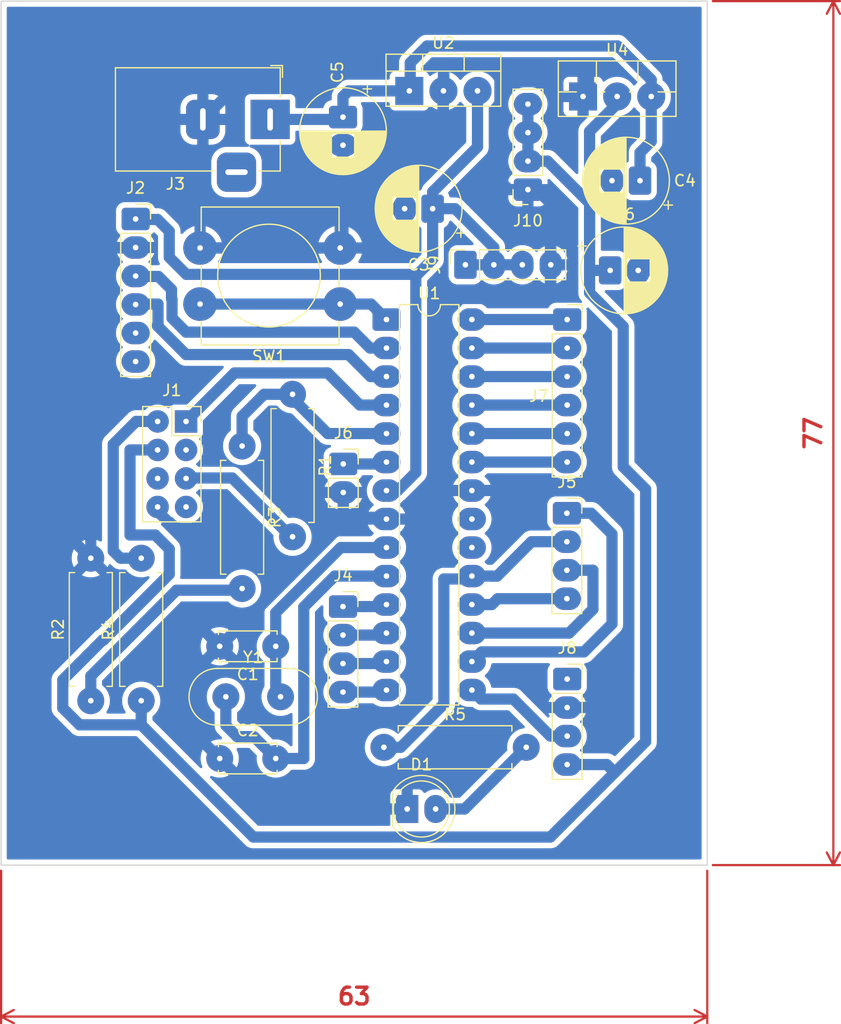
<source format=kicad_pcb>
(kicad_pcb (version 20241229) (generator "pcbnew") (generator_version "9.0")
  (layers (0 "F.Cu" signal) (2 "B.Cu" signal) (13 "F.Paste" user) (15 "B.Paste" user) (5 "F.SilkS" user "F.Silkscreen") (7 "B.SilkS" user "B.Silkscreen") (1 "F.Mask" user) (3 "B.Mask" user) (25 "Edge.Cuts" user))
  (net 0 "")
  (net 1 "GND")
  (net 2 "Net-(U1-XTAL1{slash}PB6)")
  (net 3 "Net-(U1-XTAL2{slash}PB7)")
  (net 4 "5V")
  (net 5 "Net-(U2-VI)")
  (net 6 "3.3V")
  (net 7 "Net-(J1-Pin_1)")
  (net 8 "Net-(J1-Pin_5)")
  (net 9 "Net-(J1-Pin_2)")
  (net 13 "Net-(J2-Pin_4)")
  (net 15 "Net-(J2-Pin_3)")
  (net 17 "SDA")
  (net 18 "D7")
  (net 19 "D4")
  (net 20 "D6")
  (net 21 "D5")
  (net 22 "D8")
  (net 23 "RST")
  (net 24 "MISO")
  (net 25 "SCK")
  (net 26 "MOSI")
  (net 27 "A2")
  (net 28 "A1")
  (net 29 "A3")
  (net 30 "A4")
  (net 31 "A0")
  (net 32 "A5")
  (net 33 "Net-(U1-PD3)")
  (net 34 "Net-(R2-Pad1)")
  (net 35 "Net-(U1-~{RESET}{slash}PC6)")
  (net 38 "Net-(D1-A)")
  (footprint "Connector_PinSocket_2.54mm:PinSocket_1x04_P2.54mm_Vertical" (layer "F.Cu") (at 148.17 43.92 90)
    (property "Reference" "J9" (at 0 -2.77 90) (layer "F.SilkS"))
    (property "Value" "5v+gnd")
    (pad "1" thru_hole roundrect (at 0 0 180) (size 2 2.5) (drill 0.5) (layers "*.Cu" "*.Mask") (roundrect_rratio 0.15625) (net 4 "5V"))
    (pad "2" thru_hole oval (at 0 2.54 90) (size 2.5 2) (drill 0.5) (layers "*.Cu" "*.Mask") (net 4 "5V"))
    (pad "3" thru_hole oval (at 0 5.08 90) (size 2.5 2) (drill 0.5) (layers "*.Cu" "*.Mask") (net 4 "5V"))
    (pad "4" thru_hole oval (at 0 7.62 90) (size 2.5 2) (drill 0.5) (layers "*.Cu" "*.Mask") (net 1 "GND"))
  )
  (footprint "Resistor_THT:R_Axial_DIN0411_L9.9mm_D3.6mm_P12.70mm_Horizontal" (layer "F.Cu") (at 119.25 82.77 90)
    (property "Reference" "R4" (at 6.35 -2.92 90) (layer "F.SilkS"))
    (property "Value" "10K")
    (pad "1" thru_hole circle (at 0 0 90) (size 2.4 2.4) (drill 0.5) (layers "*.Cu" "*.Mask") (net 6 "3.3V"))
    (pad "2" thru_hole circle (at 12.7 0 90) (size 2.4 2.4) (drill 0.5) (layers "*.Cu" "*.Mask") (net 9 "Net-(J1-Pin_2)"))
  )
  (footprint "Button_Switch_THT:SW_PUSH-12mm_Wuerth-430476085716" (layer "F.Cu") (at 137 47.42 180)
    (property "Reference" "SW1" (at 6.35 -4.66 0) (layer "F.SilkS"))
    (property "Value" "SW_Push")
    (pad "1" thru_hole oval (at 0 0 180) (size 3 3) (drill 0.5) (layers "*.Cu" "*.Mask") (net 35 "Net-(U1-~{RESET}{slash}PC6)"))
    (pad "1" thru_hole oval (at 12.5 0 180) (size 3 3) (drill 0.5) (layers "*.Cu" "*.Mask") (net 35 "Net-(U1-~{RESET}{slash}PC6)"))
    (pad "2" thru_hole oval (at 0 5 180) (size 3 3) (drill 0.5) (layers "*.Cu" "*.Mask") (net 1 "GND"))
    (pad "2" thru_hole oval (at 12.5 5 180) (size 3 3) (drill 0.5) (layers "*.Cu" "*.Mask") (net 1 "GND"))
  )
  (footprint "Connector_PinSocket_2.54mm:PinSocket_1x06_P2.54mm_Vertical" (layer "F.Cu") (at 157.25 48.8)
    (property "Reference" "J7" (at -2.525 6.825 0) (layer "F.SilkS"))
    (property "Value" "A0-A5")
    (pad "1" thru_hole roundrect (at 0 0 90) (size 2 2.5) (drill 0.5) (layers "*.Cu" "*.Mask") (roundrect_rratio 0.15625) (net 32 "A5"))
    (pad "2" thru_hole oval (at 0 2.54) (size 2.5 2) (drill 0.5) (layers "*.Cu" "*.Mask") (net 30 "A4"))
    (pad "3" thru_hole oval (at 0 5.08) (size 2.5 2) (drill 0.5) (layers "*.Cu" "*.Mask") (net 29 "A3"))
    (pad "4" thru_hole oval (at 0 7.62) (size 2.5 2) (drill 0.5) (layers "*.Cu" "*.Mask") (net 27 "A2"))
    (pad "5" thru_hole oval (at 0 10.16) (size 2.5 2) (drill 0.5) (layers "*.Cu" "*.Mask") (net 28 "A1"))
    (pad "6" thru_hole oval (at 0 12.7) (size 2.5 2) (drill 0.5) (layers "*.Cu" "*.Mask") (net 31 "A0"))
  )
  (footprint "Connector_PinSocket_2.54mm:PinSocket_1x06_P2.54mm_Vertical" (layer "F.Cu") (at 118.75 39.84)
    (property "Reference" "J2" (at 0 -2.77 0) (layer "F.SilkS"))
    (property "Value" "programmer")
    (pad "1" thru_hole roundrect (at 0 0 90) (size 2 2.5) (drill 0.5) (layers "*.Cu" "*.Mask") (roundrect_rratio 0.15625) (net 4 "5V"))
    (pad "2" thru_hole oval (at 0 2.54) (size 2.5 2) (drill 0.5) (layers "*.Cu" "*.Mask") (net 1 "GND"))
    (pad "3" thru_hole oval (at 0 5.08) (size 2.5 2) (drill 0.5) (layers "*.Cu" "*.Mask") (net 15 "Net-(J2-Pin_3)"))
    (pad "4" thru_hole oval (at 0 7.62) (size 2.5 2) (drill 0.5) (layers "*.Cu" "*.Mask") (net 13 "Net-(J2-Pin_4)"))
    (pad "5" thru_hole oval (at 0 10.16) (size 2.5 2) (drill 0.5) (layers "*.Cu" "*.Mask"))
    (pad "6" thru_hole oval (at 0 12.7) (size 2.5 2) (drill 0.5) (layers "*.Cu" "*.Mask"))
  )
  (footprint "Connector_PinSocket_2.54mm:PinSocket_1x02_P2.54mm_Vertical" (layer "F.Cu") (at 137.275 61.67)
    (property "Reference" "J6" (at 0 -2.77 0) (layer "F.SilkS"))
    (property "Value" "magnetic reed")
    (pad "1" thru_hole roundrect (at 0 0 90) (size 2 2.5) (drill 0.5) (layers "*.Cu" "*.Mask") (roundrect_rratio 0.15625) (net 19 "D4"))
    (pad "2" thru_hole oval (at 0 2.54) (size 2.5 2) (drill 0.5) (layers "*.Cu" "*.Mask") (net 1 "GND"))
  )
  (footprint "Connector_PinSocket_2.54mm:PinSocket_2x04_P2.54mm_Vertical" (layer "F.Cu") (at 123.25 57.88)
    (property "Reference" "J1" (at -1.27 -2.77 0) (layer "F.SilkS"))
    (property "Value" "ESP 01S SOCKET")
    (pad "1" thru_hole rect (at 0 0) (size 2 2) (drill 0.5) (layers "*.Cu" "*.Mask") (net 7 "Net-(J1-Pin_1)"))
    (pad "2" thru_hole oval (at -2.54 0) (size 2 2) (drill 0.5) (layers "*.Cu" "*.Mask") (net 9 "Net-(J1-Pin_2)"))
    (pad "3" thru_hole oval (at 0 2.54) (size 2 2) (drill 0.5) (layers "*.Cu" "*.Mask"))
    (pad "4" thru_hole oval (at -2.54 2.54) (size 2 2) (drill 0.5) (layers "*.Cu" "*.Mask") (net 6 "3.3V"))
    (pad "5" thru_hole oval (at 0 5.08) (size 2 2) (drill 0.5) (layers "*.Cu" "*.Mask") (net 8 "Net-(J1-Pin_5)"))
    (pad "6" thru_hole oval (at -2.54 5.08) (size 2 2) (drill 0.5) (layers "*.Cu" "*.Mask"))
    (pad "7" thru_hole oval (at 0 7.62) (size 2 2) (drill 0.5) (layers "*.Cu" "*.Mask"))
    (pad "8" thru_hole oval (at -2.54 7.62) (size 2 2) (drill 0.5) (layers "*.Cu" "*.Mask") (net 1 "GND"))
  )
  (footprint "LED_THT:LED_D5.0mm" (layer "F.Cu") (at 142.975 92.42)
    (property "Reference" "D1" (at 1.27 -3.96 0) (layer "F.SilkS"))
    (property "Value" "LED")
    (pad "1" thru_hole rect (at 0 0) (size 2 2.5) (drill 0.5) (layers "*.Cu" "*.Mask") (net 1 "GND"))
    (pad "2" thru_hole oval (at 2.54 0 90) (size 2.5 2) (drill 0.5) (layers "*.Cu" "*.Mask") (net 38 "Net-(D1-A)"))
  )
  (footprint "Crystal:Crystal_HC49-4H_Vertical" (layer "F.Cu") (at 126.8 82.42)
    (property "Reference" "Y1" (at 2.44 -3.525 0) (layer "F.SilkS"))
    (property "Value" "Crystal")
    (pad "1" thru_hole circle (at 0 0) (size 2.4 2.4) (drill 0.5) (layers "*.Cu" "*.Mask") (net 3 "Net-(U1-XTAL2{slash}PB7)"))
    (pad "2" thru_hole circle (at 4.88 0) (size 2.4 2.4) (drill 0.5) (layers "*.Cu" "*.Mask") (net 2 "Net-(U1-XTAL1{slash}PB6)"))
  )
  (footprint "Capacitor_THT:CP_Radial_D7.5mm_P2.50mm" (layer "F.Cu") (at 137.25 30.758606 -90)
    (property "Reference" "C5" (at -4 0.5 90) (layer "F.SilkS"))
    (property "Value" "16V 1uF")
    (pad "1" thru_hole roundrect (at 0 0 270) (size 2 2.5) (drill 0.5) (layers "*.Cu" "*.Mask") (roundrect_rratio 0.15625) (net 5 "Net-(U2-VI)"))
    (pad "2" thru_hole oval (at 2.5 0 270) (size 2 2.5) (drill 0.5) (layers "*.Cu" "*.Mask") (net 1 "GND"))
  )
  (footprint "Resistor_THT:R_Axial_DIN0411_L9.9mm_D3.6mm_P12.70mm_Horizontal" (layer "F.Cu") (at 114.75 82.77 90)
    (property "Reference" "R2" (at 6.35 -2.92 90) (layer "F.SilkS"))
    (property "Value" "1K")
    (pad "1" thru_hole circle (at 0 0 90) (size 2.4 2.4) (drill 0.5) (layers "*.Cu" "*.Mask") (net 34 "Net-(R2-Pad1)"))
    (pad "2" thru_hole circle (at 12.7 0 90) (size 2.4 2.4) (drill 0.5) (layers "*.Cu" "*.Mask") (net 1 "GND"))
  )
  (footprint "Connector_PinSocket_2.54mm:PinSocket_1x04_P2.54mm_Vertical" (layer "F.Cu") (at 137.25 74.38)
    (property "Reference" "J4" (at 0 -2.77 0) (layer "F.SilkS"))
    (property "Value" "D5-D8")
    (pad "1" thru_hole roundrect (at 0 0 90) (size 2 2.5) (drill 0.5) (layers "*.Cu" "*.Mask") (roundrect_rratio 0.15625) (net 21 "D5"))
    (pad "2" thru_hole oval (at 0 2.54) (size 2.5 2) (drill 0.5) (layers "*.Cu" "*.Mask") (net 20 "D6"))
    (pad "3" thru_hole oval (at 0 5.08) (size 2.5 2) (drill 0.5) (layers "*.Cu" "*.Mask") (net 18 "D7"))
    (pad "4" thru_hole oval (at 0 7.62) (size 2.5 2) (drill 0.5) (layers "*.Cu" "*.Mask") (net 22 "D8"))
  )
  (footprint "Package_TO_SOT_THT:TO-220F-3_Vertical" (layer "F.Cu") (at 159.17 28.92)
    (property "Reference" "U4" (at 2.54 -4.1675 0) (layer "F.SilkS"))
    (property "Value" "LM1117T-3.3")
    (pad "1" thru_hole rect (at -0.5 0) (size 2.5 2.5) (drill 0.5) (layers "*.Cu" "*.Mask") (net 1 "GND"))
    (pad "2" thru_hole oval (at 2.54 0) (size 2.5 2.5) (drill 0.5) (layers "*.Cu" "*.Mask") (net 6 "3.3V"))
    (pad "3" thru_hole oval (at 5.58 0) (size 2.5 2.5) (drill 0.5) (layers "*.Cu" "*.Mask") (net 5 "Net-(U2-VI)"))
  )
  (footprint "Connector_PinSocket_2.54mm:PinSocket_1x04_P2.54mm_Vertical" (layer "F.Cu") (at 157.225 66.06)
    (property "Reference" "J5" (at 0 -2.77 0) (layer "F.SilkS"))
    (property "Value" "RFID")
    (pad "1" thru_hole roundrect (at 0 0 90) (size 2 2.5) (drill 0.5) (layers "*.Cu" "*.Mask") (roundrect_rratio 0.15625) (net 17 "SDA"))
    (pad "2" thru_hole oval (at 0 2.54) (size 2.5 2) (drill 0.5) (layers "*.Cu" "*.Mask") (net 25 "SCK"))
    (pad "3" thru_hole oval (at 0 5.08) (size 2.5 2) (drill 0.5) (layers "*.Cu" "*.Mask") (net 26 "MOSI"))
    (pad "4" thru_hole oval (at 0 7.62) (size 2.5 2) (drill 0.5) (layers "*.Cu" "*.Mask") (net 24 "MISO"))
  )
  (footprint "Resistor_THT:R_Axial_DIN0411_L9.9mm_D3.6mm_P12.70mm_Horizontal" (layer "F.Cu") (at 132.75 55.46 -90)
    (property "Reference" "R1" (at 6.35 -2.92 90) (layer "F.SilkS"))
    (property "Value" "1K")
    (pad "1" thru_hole circle (at 0 0 270) (size 2.4 2.4) (drill 0.5) (layers "*.Cu" "*.Mask") (net 33 "Net-(U1-PD3)"))
    (pad "2" thru_hole circle (at 12.7 0 270) (size 2.4 2.4) (drill 0.5) (layers "*.Cu" "*.Mask") (net 8 "Net-(J1-Pin_5)"))
  )
  (footprint "Resistor_THT:R_Axial_DIN0411_L9.9mm_D3.6mm_P12.70mm_Horizontal" (layer "F.Cu") (at 140.9 86.92)
    (property "Reference" "R5" (at 6.35 -2.92 0) (layer "F.SilkS"))
    (property "Value" "500")
    (pad "1" thru_hole circle (at 0 0) (size 2.4 2.4) (drill 0.5) (layers "*.Cu" "*.Mask") (net 25 "SCK"))
    (pad "2" thru_hole circle (at 12.7 0) (size 2.4 2.4) (drill 0.5) (layers "*.Cu" "*.Mask") (net 38 "Net-(D1-A)"))
  )
  (footprint "Capacitor_THT:CP_Radial_D7.5mm_P2.50mm" (layer "F.Cu") (at 161.088606 44.42)
    (property "Reference" "C6" (at 1.25 -5 0) (layer "F.SilkS"))
    (property "Value" "16V 1uF")
    (pad "1" thru_hole roundrect (at 0 0) (size 2 2.5) (drill 0.5) (layers "*.Cu" "*.Mask") (roundrect_rratio 0.15625) (net 6 "3.3V"))
    (pad "2" thru_hole oval (at 2.5 0) (size 2 2.5) (drill 0.5) (layers "*.Cu" "*.Mask") (net 1 "GND"))
  )
  (footprint "Capacitor_THT:CP_Radial_D7.5mm_P2.50mm" (layer "F.Cu") (at 163.75 36.42 180)
    (property "Reference" "C4" (at -4 0 0) (layer "F.SilkS"))
    (property "Value" "16V 1uF")
    (pad "1" thru_hole roundrect (at 0 0 180) (size 2 2.5) (drill 0.5) (layers "*.Cu" "*.Mask") (roundrect_rratio 0.15625) (net 5 "Net-(U2-VI)"))
    (pad "2" thru_hole oval (at 2.5 0 180) (size 2 2.5) (drill 0.5) (layers "*.Cu" "*.Mask") (net 1 "GND"))
  )
  (footprint "Connector_BarrelJack:BarrelJack_Horizontal" (layer "F.Cu") (at 130.75 30.9625)
    (property "Reference" "J3" (at -8.45 5.75 0) (layer "F.SilkS"))
    (property "Value" "Barrel_Jack")
    (pad "1" thru_hole rect (at 0 0) (size 3.5 3.5) (drill oval 0.5 2) (layers "*.Cu" "*.Mask") (net 5 "Net-(U2-VI)"))
    (pad "2" thru_hole roundrect (at -6 0) (size 3 3.5) (drill oval 0.5 2) (layers "*.Cu" "*.Mask") (net 1 "GND"))
    (pad "3" thru_hole roundrect (at -3 4.7) (size 3.5 3.5) (drill oval 2 0.5) (layers "*.Cu" "*.Mask"))
  )
  (footprint "Connector_PinSocket_2.54mm:PinSocket_1x04_P2.54mm_Vertical" (layer "F.Cu") (at 153.75 37.22 180)
    (property "Reference" "J10" (at 0 -2.77 0) (layer "F.SilkS"))
    (property "Value" "3.3v+gnd")
    (pad "1" thru_hole roundrect (at 0 0 270) (size 2 2.5) (drill 0.5) (layers "*.Cu" "*.Mask") (roundrect_rratio 0.15625) (net 1 "GND"))
    (pad "2" thru_hole oval (at 0 2.54 180) (size 2.5 2) (drill 0.5) (layers "*.Cu" "*.Mask") (net 6 "3.3V"))
    (pad "3" thru_hole oval (at 0 5.08 180) (size 2.5 2) (drill 0.5) (layers "*.Cu" "*.Mask") (net 6 "3.3V"))
    (pad "4" thru_hole oval (at 0 7.62 180) (size 2.5 2) (drill 0.5) (layers "*.Cu" "*.Mask") (net 6 "3.3V"))
  )
  (footprint "Capacitor_THT:C_Disc_D5.0mm_W2.5mm_P5.00mm" (layer "F.Cu") (at 126.25 87.92)
    (property "Reference" "C2" (at 2.5 -2.5 0) (layer "F.SilkS"))
    (property "Value" "22pF")
    (pad "1" thru_hole circle (at 0 0) (size 2.4 2.4) (drill 0.5) (layers "*.Cu" "*.Mask") (net 1 "GND"))
    (pad "2" thru_hole circle (at 5 0) (size 2.4 2.4) (drill 0.5) (layers "*.Cu" "*.Mask") (net 3 "Net-(U1-XTAL2{slash}PB7)"))
  )
  (footprint "Capacitor_THT:CP_Radial_D7.5mm_P2.50mm" (layer "F.Cu") (at 145.25 38.92 180)
    (property "Reference" "C3" (at 1.25 -5 0) (layer "F.SilkS"))
    (property "Value" "16V 1uF")
    (pad "1" thru_hole roundrect (at 0 0 180) (size 2 2.5) (drill 0.5) (layers "*.Cu" "*.Mask") (roundrect_rratio 0.15625) (net 4 "5V"))
    (pad "2" thru_hole oval (at 2.5 0 180) (size 2 2.5) (drill 0.5) (layers "*.Cu" "*.Mask") (net 1 "GND"))
  )
  (footprint "Capacitor_THT:C_Disc_D5.0mm_W2.5mm_P5.00mm" (layer "F.Cu") (at 131.25 77.92 180)
    (property "Reference" "C1" (at 2.5 -2.5 0) (layer "F.SilkS"))
    (property "Value" "22pF")
    (pad "1" thru_hole circle (at 0 0 180) (size 2.4 2.4) (drill 0.5) (layers "*.Cu" "*.Mask") (net 2 "Net-(U1-XTAL1{slash}PB6)"))
    (pad "2" thru_hole circle (at 5 0 180) (size 2.4 2.4) (drill 0.5) (layers "*.Cu" "*.Mask") (net 1 "GND"))
  )
  (footprint "Resistor_THT:R_Axial_DIN0411_L9.9mm_D3.6mm_P12.70mm_Horizontal" (layer "F.Cu") (at 128.25 60.07 -90)
    (property "Reference" "R3" (at 6.35 -2.92 90) (layer "F.SilkS"))
    (property "Value" "1K")
    (pad "1" thru_hole circle (at 0 0 270) (size 2.4 2.4) (drill 0.5) (layers "*.Cu" "*.Mask") (net 33 "Net-(U1-PD3)"))
    (pad "2" thru_hole circle (at 12.7 0 270) (size 2.4 2.4) (drill 0.5) (layers "*.Cu" "*.Mask") (net 34 "Net-(R2-Pad1)"))
  )
  (footprint "Package_DIP:DIP-28_W7.62mm" (layer "F.Cu") (at 141.13 48.8)
    (property "Reference" "U1" (at 3.81 -2.33 0) (layer "F.SilkS"))
    (property "Value" "ATmega328-P")
    (pad "1" thru_hole roundrect (at 0 0 90) (size 2 2.5) (drill 0.5) (layers "*.Cu" "*.Mask") (roundrect_rratio 0.15625) (net 35 "Net-(U1-~{RESET}{slash}PC6)"))
    (pad "2" thru_hole oval (at 0 2.54) (size 2.5 2) (drill 0.5) (layers "*.Cu" "*.Mask") (net 15 "Net-(J2-Pin_3)"))
    (pad "3" thru_hole oval (at 0 5.08) (size 2.5 2) (drill 0.5) (layers "*.Cu" "*.Mask") (net 13 "Net-(J2-Pin_4)"))
    (pad "4" thru_hole oval (at 0 7.62) (size 2.5 2) (drill 0.5) (layers "*.Cu" "*.Mask") (net 7 "Net-(J1-Pin_1)"))
    (pad "5" thru_hole oval (at 0 10.16) (size 2.5 2) (drill 0.5) (layers "*.Cu" "*.Mask") (net 33 "Net-(U1-PD3)"))
    (pad "6" thru_hole oval (at 0 12.7) (size 2.5 2) (drill 0.5) (layers "*.Cu" "*.Mask") (net 19 "D4"))
    (pad "7" thru_hole oval (at 0 15.24) (size 2.5 2) (drill 0.5) (layers "*.Cu" "*.Mask") (net 4 "5V"))
    (pad "8" thru_hole oval (at 0 17.78) (size 2.5 2) (drill 0.5) (layers "*.Cu" "*.Mask") (net 1 "GND"))
    (pad "9" thru_hole oval (at 0 20.32) (size 2.5 2) (drill 0.5) (layers "*.Cu" "*.Mask") (net 2 "Net-(U1-XTAL1{slash}PB6)"))
    (pad "10" thru_hole oval (at 0 22.86) (size 2.5 2) (drill 0.5) (layers "*.Cu" "*.Mask") (net 3 "Net-(U1-XTAL2{slash}PB7)"))
    (pad "11" thru_hole oval (at 0 25.4) (size 2.5 2) (drill 0.5) (layers "*.Cu" "*.Mask") (net 21 "D5"))
    (pad "12" thru_hole oval (at 0 27.94) (size 2.5 2) (drill 0.5) (layers "*.Cu" "*.Mask") (net 20 "D6"))
    (pad "13" thru_hole oval (at 0 30.48) (size 2.5 2) (drill 0.5) (layers "*.Cu" "*.Mask") (net 18 "D7"))
    (pad "14" thru_hole oval (at 0 33.02) (size 2.5 2) (drill 0.5) (layers "*.Cu" "*.Mask") (net 22 "D8"))
    (pad "15" thru_hole oval (at 7.62 33.02) (size 2.5 2) (drill 0.5) (layers "*.Cu" "*.Mask") (net 23 "RST"))
    (pad "16" thru_hole oval (at 7.62 30.48) (size 2.5 2) (drill 0.5) (layers "*.Cu" "*.Mask") (net 17 "SDA"))
    (pad "17" thru_hole oval (at 7.62 27.94) (size 2.5 2) (drill 0.5) (layers "*.Cu" "*.Mask") (net 26 "MOSI"))
    (pad "18" thru_hole oval (at 7.62 25.4) (size 2.5 2) (drill 0.5) (layers "*.Cu" "*.Mask") (net 24 "MISO"))
    (pad "19" thru_hole oval (at 7.62 22.86) (size 2.5 2) (drill 0.5) (layers "*.Cu" "*.Mask") (net 25 "SCK"))
    (pad "20" thru_hole oval (at 7.62 20.32) (size 2.5 2) (drill 0.5) (layers "*.Cu" "*.Mask"))
    (pad "21" thru_hole oval (at 7.62 17.78) (size 2.5 2) (drill 0.5) (layers "*.Cu" "*.Mask"))
    (pad "22" thru_hole oval (at 7.62 15.24) (size 2.5 2) (drill 0.5) (layers "*.Cu" "*.Mask") (net 1 "GND"))
    (pad "23" thru_hole oval (at 7.62 12.7) (size 2.5 2) (drill 0.5) (layers "*.Cu" "*.Mask") (net 31 "A0"))
    (pad "24" thru_hole oval (at 7.62 10.16) (size 2.5 2) (drill 0.5) (layers "*.Cu" "*.Mask") (net 28 "A1"))
    (pad "25" thru_hole oval (at 7.62 7.62) (size 2.5 2) (drill 0.5) (layers "*.Cu" "*.Mask") (net 27 "A2"))
    (pad "26" thru_hole oval (at 7.62 5.08) (size 2.5 2) (drill 0.5) (layers "*.Cu" "*.Mask") (net 29 "A3"))
    (pad "27" thru_hole oval (at 7.62 2.54) (size 2.5 2) (drill 0.5) (layers "*.Cu" "*.Mask") (net 30 "A4"))
    (pad "28" thru_hole oval (at 7.62 0) (size 2.5 2) (drill 0.5) (layers "*.Cu" "*.Mask") (net 32 "A5"))
  )
  (footprint "Package_TO_SOT_THT:TO-220-3_Vertical" (layer "F.Cu") (at 143.67 28.42)
    (property "Reference" "U2" (at 2.54 -4.27 0) (layer "F.SilkS"))
    (property "Value" "LM7805_TO220")
    (pad "1" thru_hole rect (at -0.5 0) (size 2.5 2.5) (drill 0.5) (layers "*.Cu" "*.Mask") (net 5 "Net-(U2-VI)"))
    (pad "2" thru_hole oval (at 2.54 0) (size 2.5 2.5) (drill 0.5) (layers "*.Cu" "*.Mask") (net 1 "GND"))
    (pad "3" thru_hole oval (at 5.58 0) (size 2.5 2.5) (drill 0.5) (layers "*.Cu" "*.Mask") (net 4 "5V"))
  )
  (footprint "Connector_PinSocket_2.54mm:PinSocket_1x04_P2.54mm_Vertical" (layer "F.Cu") (at 157.25 80.84)
    (property "Reference" "J8" (at 0 -2.77 0) (layer "F.SilkS"))
    (property "Value" "RFID")
    (pad "1" thru_hole roundrect (at 0 0 90) (size 2 2.5) (drill 0.5) (layers "*.Cu" "*.Mask") (roundrect_rratio 0.15625))
    (pad "2" thru_hole oval (at 0 2.54) (size 2.5 2) (drill 0.5) (layers "*.Cu" "*.Mask") (net 1 "GND"))
    (pad "3" thru_hole oval (at 0 5.08) (size 2.5 2) (drill 0.5) (layers "*.Cu" "*.Mask") (net 23 "RST"))
    (pad "4" thru_hole oval (at 0 7.62) (size 2.5 2) (drill 0.5) (layers "*.Cu" "*.Mask") (net 6 "3.3V"))
  )
  (gr_rect (start 106.75 20.42) (end 169.75 97.42) (stroke (width 0.1)) (fill no) (layer "Edge.Cuts"))
  (dimension (type orthogonal) (layer "F.Cu") (pts (xy 169.75 97.42) (xy 106.75 97.42)) (height 13.5) (orientation 0) (format (prefix "") (suffix "") (units 3) (units_format 0) (precision 4) (suppress_zeroes yes)) (style (thickness 0.2) (arrow_length 1.27) (text_position_mode 0) (arrow_direction outward) (extension_height 0.58642) (extension_offset 0.5) (keep_text_aligned yes)) (gr_text "63" (at 138.25 109.12 0) (layer "F.Cu") (effects (font (size 1.5 1.5) (thickness 0.3)))))
  (dimension (type orthogonal) (layer "F.Cu") (pts (xy 169.75 20.42) (xy 169.75 97.42)) (height 11.25) (orientation 1) (format (prefix "") (suffix "") (units 3) (units_format 0) (precision 4) (suppress_zeroes yes)) (style (thickness 0.2) (arrow_length 1.27) (text_position_mode 0) (arrow_direction outward) (extension_height 0.58642) (extension_offset 0.5) (keep_text_aligned yes)) (gr_text "77" (at 179.2 58.92 90) (layer "F.Cu") (effects (font (size 1.5 1.5) (thickness 0.3)))))
  (segment (start 160.87 64.04) (end 148.75 64.04) (width 1) (layer "B.Cu") (net 1))
  (segment (start 141.13 66.58) (end 143.21 66.58) (width 1) (layer "B.Cu") (net 1))
  (segment (start 155.75 38.42) (end 155.75 43.88) (width 1) (layer "B.Cu") (net 1))
  (segment (start 124.75 37.42) (end 124.75 34.92) (width 1) (layer "B.Cu") (net 1))
  (segment (start 137.275 64.21) (end 137.275 65.92) (width 1) (layer "B.Cu") (net 1))
  (segment (start 146.17 27.92) (end 146.25 27.84) (width 1) (layer "B.Cu") (net 1))
  (segment (start 132.525765 71.695765) (end 137.5125 66.70903) (width 1) (layer "B.Cu") (net 1))
  (segment (start 146.17 33) (end 146.17 27.92) (width 1) (layer "B.Cu") (net 1))
  (segment (start 155.25 46.92) (end 147.75 46.92) (width 1) (layer "B.Cu") (net 1))
  (segment (start 147.75 46.92) (end 145.75 48.92) (width 1) (layer "B.Cu") (net 1))
  (segment (start 124.75 30.9625) (end 132.7925 22.92) (width 1) (layer "B.Cu") (net 1))
  (segment (start 162.75 79.92) (end 162.75 65.92) (width 1) (layer "B.Cu") (net 1))
  (segment (start 126.25 87.92) (end 130.75 92.42) (width 1) (layer "B.Cu") (net 1))
  (segment (start 132.525765 71.695765) (end 128.25 67.42) (width 1) (layer "B.Cu") (net 1))
  (segment (start 137.5125 66.70903) (end 137.5125 66.1575) (width 1) (layer "B.Cu") (net 1))
  (segment (start 153.75 37.22) (end 152.05 37.22) (width 1) (layer "B.Cu") (net 1))
  (segment (start 126.30153 77.92) (end 132.525765 71.695765) (width 1) (layer "B.Cu") (net 1))
  (segment (start 137.25 42.17) (end 137 42.42) (width 1) (layer "B.Cu") (net 1))
  (segment (start 159.25 83.42) (end 162.75 79.92) (width 1) (layer "B.Cu") (net 1))
  (segment (start 167.25 26.92) (end 167.25 40.758606) (width 1) (layer "B.Cu") (net 1))
  (segment (start 124.25 79.92) (end 124.25 85.92) (width 1) (layer "B.Cu") (net 1))
  (segment (start 142.75 38.92) (end 142.75 36.42) (width 1) (layer "B.Cu") (net 1))
  (segment (start 152.05 37.22) (end 151.25 36.42) (width 1) (layer "B.Cu") (net 1))
  (segment (start 155.75 43.96) (end 155.75 46.42) (width 1) (layer "B.Cu") (net 1))
  (segment (start 119.75 34.92) (end 124.75 34.92) (width 1) (layer "B.Cu") (net 1))
  (segment (start 141.13 66.92842) (end 141.13 66.58) (width 1) (layer "B.Cu") (net 1))
  (segment (start 151.25 36.42) (end 151.25 26.219) (width 1) (layer "B.Cu") (net 1))
  (segment (start 122.25 67.42) (end 120.71 65.88) (width 1) (layer "B.Cu") (net 1))
  (segment (start 146.25 27.84) (end 146.25 26.219) (width 1) (layer "B.Cu") (net 1))
  (segment (start 137.25 33.258606) (end 137.25 42.17) (width 1) (layer "B.Cu") (net 1))
  (segment (start 114.75 42.42) (end 118.71 42.42) (width 1) (layer "B.Cu") (net 1))
  (segment (start 137.775 66.42) (end 140.97 66.42) (width 1) (layer "B.Cu") (net 1))
  (segment (start 159.21 83.38) (end 159.25 83.42) (width 1) (layer "B.Cu") (net 1))
  (segment (start 155.75 46.42) (end 155.25 46.92) (width 1) (layer "B.Cu") (net 1))
  (segment (start 120.71 65.88) (end 120.71 65.5) (width 1) (layer "B.Cu") (net 1))
  (segment (start 114.75 70.07) (end 114.75 39.92) (width 1) (layer "B.Cu") (net 1))
  (segment (start 143.21 66.58) (end 145.75 64.04) (width 1) (layer "B.Cu") (net 1))
  (segment (start 124.75 30.9625) (end 124.75 34.92) (width 1) (layer "B.Cu") (net 1))
  (segment (start 154.55 37.22) (end 155.75 38.42) (width 1) (layer "B.Cu") (net 1))
  (segment (start 126.25 77.92) (end 124.25 79.92) (width 1) (layer "B.Cu") (net 1))
  (segment (start 145.75 64.04) (end 148.75 64.04) (width 1) (layer "B.Cu") (net 1))
  (segment (start 137.75 38.92) (end 142.75 38.92) (width 1) (layer "B.Cu") (net 1))
  (segment (start 155.79 43.92) (end 155.75 43.96) (width 1) (layer "B.Cu") (net 1))
  (segment (start 145.75 48.92) (end 145.75 64.04) (width 1) (layer "B.Cu") (net 1))
  (segment (start 140.97 66.42) (end 141.13 66.58) (width 1) (layer "B.Cu") (net 1))
  (segment (start 162.75 65.92) (end 160.87 64.04) (width 1) (layer "B.Cu") (net 1))
  (segment (start 167.25 40.758606) (end 163.588606 44.42) (width 1) (layer "B.Cu") (net 1))
  (segment (start 137.25 38.92) (end 126.25 38.92) (width 1) (layer "B.Cu") (net 1))
  (segment (start 159.17 26.219) (end 159.17 28.92) (width 1) (layer "B.Cu") (net 1))
  (segment (start 155.75 43.88) (end 155.79 43.92) (width 1) (layer "B.Cu") (net 1))
  (segment (start 146.25 26.219) (end 159.17 26.219) (width 1) (layer "B.Cu") (net 1))
  (segment (start 157.25 83.38) (end 159.21 83.38) (width 1) (layer "B.Cu") (net 1))
  (segment (start 142.75 36.42) (end 146.17 33) (width 1) (layer "B.Cu") (net 1))
  (segment (start 137.5125 66.1575) (end 137.775 66.42) (width 1) (layer "B.Cu") (net 1))
  (segment (start 137 42.42) (end 124.5 42.42) (width 1) (layer "B.Cu") (net 1))
  (segment (start 161.25 37.92) (end 161.25 36.42) (width 1) (layer "B.Cu") (net 1))
  (segment (start 118.71 42.42) (end 118.75 42.38) (width 1) (layer "B.Cu") (net 1))
  (segment (start 132.7925 22.92) (end 163.25 22.92) (width 1) (layer "B.Cu") (net 1))
  (segment (start 130.75 92.42) (end 142.975 92.42) (width 1) (layer "B.Cu") (net 1))
  (segment (start 128.25 67.42) (end 122.25 67.42) (width 1) (layer "B.Cu") (net 1))
  (segment (start 137.275 65.92) (end 137.5125 66.1575) (width 1) (layer "B.Cu") (net 1))
  (segment (start 153.75 37.22) (end 154.55 37.22) (width 1) (layer "B.Cu") (net 1))
  (segment (start 124.25 85.92) (end 126.25 87.92) (width 1) (layer "B.Cu") (net 1))
  (segment (start 163.25 22.92) (end 167.25 26.92) (width 1) (layer "B.Cu") (net 1))
  (segment (start 167.25 39.92) (end 163.25 39.92) (width 1) (layer "B.Cu") (net 1))
  (segment (start 114.75 39.92) (end 119.75 34.92) (width 1) (layer "B.Cu") (net 1))
  (segment (start 126.25 77.92) (end 126.30153 77.92) (width 1) (layer "B.Cu") (net 1))
  (segment (start 163.25 39.92) (end 161.25 37.92) (width 1) (layer "B.Cu") (net 1))
  (segment (start 126.25 38.92) (end 124.75 37.42) (width 1) (layer "B.Cu") (net 1))
  (segment (start 131.25 74.92) (end 131.25 77.92) (width 1) (layer "B.Cu") (net 2))
  (segment (start 137.05 69.12) (end 131.25 74.92) (width 1) (layer "B.Cu") (net 2))
  (segment (start 131.25 77.92) (end 131.25 81.99) (width 1) (layer "B.Cu") (net 2))
  (segment (start 141.13 69.12) (end 137.05 69.12) (width 1) (layer "B.Cu") (net 2))
  (segment (start 131.25 81.99) (end 131.68 82.42) (width 1) (layer "B.Cu") (net 2))
  (segment (start 136.51 71.66) (end 141.13 71.66) (width 1) (layer "B.Cu") (net 3))
  (segment (start 127.8 85.97) (end 129.3 85.97) (width 1) (layer "B.Cu") (net 3))
  (segment (start 126.8 82.42) (end 126.8 84.97) (width 1) (layer "B.Cu") (net 3))
  (segment (start 126.8 84.97) (end 127.8 85.97) (width 1) (layer "B.Cu") (net 3))
  (segment (start 133.75 74.42) (end 136.51 71.66) (width 1) (layer "B.Cu") (net 3))
  (segment (start 133.75 87.92) (end 133.75 74.42) (width 1) (layer "B.Cu") (net 3))
  (segment (start 131.25 87.92) (end 133.75 87.92) (width 1) (layer "B.Cu") (net 3))
  (segment (start 129.3 85.97) (end 131.25 87.92) (width 1) (layer "B.Cu") (net 3))
  (segment (start 123.272 44.772) (end 143.898 44.772) (width 1) (layer "B.Cu") (net 4))
  (segment (start 145.25 38.92) (end 145.25 43.42) (width 1) (layer "B.Cu") (net 4))
  (segment (start 119.25 39.88) (end 120.71 39.88) (width 1) (layer "B.Cu") (net 4))
  (segment (start 147.25 38.92) (end 150.71 42.38) (width 1) (layer "B.Cu") (net 4))
  (segment (start 149.25 33.42) (end 149.25 28.42) (width 1) (layer "B.Cu") (net 4))
  (segment (start 142.13 64.04) (end 141.13 64.04) (width 1) (layer "B.Cu") (net 4))
  (segment (start 145.25 38.92) (end 145.25 37.42) (width 1) (layer "B.Cu") (net 4))
  (segment (start 145.25 43.42) (end 143.75 44.92) (width 1) (layer "B.Cu") (net 4))
  (segment (start 148.25 43.84) (end 148.17 43.92) (width 1) (layer "B.Cu") (net 4))
  (segment (start 121.75 40.92) (end 121.75 43.25) (width 1) (layer "B.Cu") (net 4))
  (segment (start 143.75 62.42) (end 142.13 64.04) (width 1) (layer "B.Cu") (net 4))
  (segment (start 148.17 43.92) (end 153.25 43.92) (width 1) (layer "B.Cu") (net 4))
  (segment (start 121.75 43.25) (end 123.272 44.772) (width 1) (layer "B.Cu") (net 4))
  (segment (start 120.71 39.88) (end 121.75 40.92) (width 1) (layer "B.Cu") (net 4))
  (segment (start 143.75 44.92) (end 143.75 62.42) (width 1) (layer "B.Cu") (net 4))
  (segment (start 145.25 37.42) (end 149.25 33.42) (width 1) (layer "B.Cu") (net 4))
  (segment (start 145.25 38.92) (end 147.25 38.92) (width 1) (layer "B.Cu") (net 4))
  (segment (start 150.71 42.38) (end 150.71 43.92) (width 1) (layer "B.Cu") (net 4))
  (segment (start 161.75 24.42) (end 164.75 27.42) (width 1) (layer "B.Cu") (net 5))
  (segment (start 163.75 33.92) (end 163.75 36.42) (width 1) (layer "B.Cu") (net 5))
  (segment (start 144.75 24.42) (end 161.75 24.42) (width 1) (layer "B.Cu") (net 5))
  (segment (start 143.25 25.92) (end 144.75 24.42) (width 1) (layer "B.Cu") (net 5))
  (segment (start 164.75 28.92) (end 164.75 32.92) (width 1) (layer "B.Cu") (net 5))
  (segment (start 137.046106 30.9625) (end 137.25 30.758606) (width 1) (layer "B.Cu") (net 5))
  (segment (start 164.75 32.92) (end 163.75 33.92) (width 1) (layer "B.Cu") (net 5))
  (segment (start 130.75 30.9625) (end 137.046106 30.9625) (width 1) (layer "B.Cu") (net 5))
  (segment (start 164.75 27.42) (end 164.75 28.92) (width 1) (layer "B.Cu") (net 5))
  (segment (start 143.17 28.42) (end 143.25 28.34) (width 1) (layer "B.Cu") (net 5))
  (segment (start 137.25 30.758606) (end 137.25 28.92) (width 1) (layer "B.Cu") (net 5))
  (segment (start 137.75 28.42) (end 143.17 28.42) (width 1) (layer "B.Cu") (net 5))
  (segment (start 137.25 28.92) (end 137.75 28.42) (width 1) (layer "B.Cu") (net 5))
  (segment (start 143.25 28.34) (end 143.25 25.92) (width 1) (layer "B.Cu") (net 5))
  (segment (start 118.25 68) (end 120.5 68) (width 1) (layer "B.Cu") (net 6))
  (segment (start 162.25 61.92) (end 164.25 63.92) (width 1) (layer "B.Cu") (net 6))
  (segment (start 157.25 88.46) (end 160.79 88.46) (width 1) (layer "B.Cu") (net 6))
  (segment (start 115.801 77.369) (end 112.25 80.92) (width 1) (layer "B.Cu") (net 6))
  (segment (start 164.25 86.42) (end 161.5 89.17) (width 1) (layer "B.Cu") (net 6))
  (segment (start 119.25 82.77) (end 119.25 84.92) (width 1) (layer "B.Cu") (net 6))
  (segment (start 120.5 68) (end 121.75 69.25) (width 1) (layer "B.Cu") (net 6))
  (segment (start 118.25 60.42) (end 118.25 68) (width 1) (layer "B.Cu") (net 6))
  (segment (start 159.25 32.026) (end 159.25 41.92) (width 1) (layer "B.Cu") (net 6))
  (segment (start 155.5 34.68) (end 153.75 34.68) (width 1) (layer "B.Cu") (net 6))
  (segment (start 159.25 41.92) (end 159.25 38.43) (width 1) (layer "B.Cu") (net 6))
  (segment (start 113.75 84.92) (end 119.25 84.92) (width 1) (layer "B.Cu") (net 6))
  (segment (start 112.25 80.92) (end 112.25 83.42) (width 1) (layer "B.Cu") (net 6))
  (segment (start 155.75 94.92) (end 161.5 89.17) (width 1) (layer "B.Cu") (net 6))
  (segment (start 112.25 83.42) (end 113.75 84.92) (width 1) (layer "B.Cu") (net 6))
  (segment (start 118.75 82.27) (end 119.25 82.77) (width 1) (layer "B.Cu") (net 6))
  (segment (start 161.088606 44.42) (end 159.5 44.42) (width 1) (layer "B.Cu") (net 6))
  (segment (start 119.25 84.92) (end 129.25 94.92) (width 1) (layer "B.Cu") (net 6))
  (segment (start 160.79 88.46) (end 161.5 89.17) (width 1) (layer "B.Cu") (net 6))
  (segment (start 121.75 71.50079) (end 115.88179 77.369) (width 1) (layer "B.Cu") (net 6))
  (segment (start 159.749 31.527) (end 159.25 32.026) (width 1) (layer "B.Cu") (net 6))
  (segment (start 115.88179 77.369) (end 115.801 77.369) (width 1) (layer "B.Cu") (net 6))
  (segment (start 153.75 29.6) (end 153.75 32.14) (width 1) (layer "B.Cu") (net 6))
  (segment (start 162.25 49.42) (end 162.25 61.92) (width 1) (layer "B.Cu") (net 6))
  (segment (start 120.71 60.42) (end 118.25 60.42) (width 1) (layer "B.Cu") (net 6))
  (segment (start 159.749 31.527) (end 161.71 29.566) (width 1) (layer "B.Cu") (net 6))
  (segment (start 159.25 38.43) (end 155.5 34.68) (width 1) (layer "B.Cu") (net 6))
  (segment (start 159.25 46.42) (end 162.25 49.42) (width 1) (layer "B.Cu") (net 6))
  (segment (start 159.25 41.92) (end 159.25 46.42) (width 1) (layer "B.Cu") (net 6))
  (segment (start 164.25 63.92) (end 164.25 86.42) (width 1) (layer "B.Cu") (net 6))
  (segment (start 129.25 94.92) (end 155.75 94.92) (width 1) (layer "B.Cu") (net 6))
  (segment (start 159.749 31.527) (end 159.476 31.8) (width 1) (layer "B.Cu") (net 6))
  (segment (start 153.75 31.8) (end 153.75 34.68) (width 1) (layer "B.Cu") (net 6))
  (segment (start 121.75 69.25) (end 121.75 71.50079) (width 1) (layer "B.Cu") (net 6))
  (segment (start 141.13 56.42) (end 138.75 56.42) (width 1) (layer "B.Cu") (net 7))
  (segment (start 127.571 53.559) (end 123.25 57.88) (width 1) (layer "B.Cu") (net 7))
  (segment (start 135.889 53.559) (end 127.571 53.559) (width 1) (layer "B.Cu") (net 7))
  (segment (start 138.75 56.42) (end 135.889 53.559) (width 1) (layer "B.Cu") (net 7))
  (segment (start 123.29 62.92) (end 123.25 62.96) (width 1) (layer "B.Cu") (net 8))
  (segment (start 132.61158 68.16) (end 127.37158 62.92) (width 1) (layer "B.Cu") (net 8))
  (segment (start 127.37158 62.92) (end 123.29 62.92) (width 1) (layer "B.Cu") (net 8))
  (segment (start 132.75 68.16) (end 132.61158 68.16) (width 1) (layer "B.Cu") (net 8))
  (segment (start 120.71 57.88) (end 118.79 57.88) (width 1) (layer "B.Cu") (net 9))
  (segment (start 117.4 70.07) (end 119.25 70.07) (width 1) (layer "B.Cu") (net 9))
  (segment (start 118.79 57.88) (end 116.75 59.92) (width 1) (layer "B.Cu") (net 9))
  (segment (start 116.75 69.42) (end 117.4 70.07) (width 1) (layer "B.Cu") (net 9))
  (segment (start 116.75 59.92) (end 116.75 69.42) (width 1) (layer "B.Cu") (net 9))
  (segment (start 120.701 49.371) (end 123.25 51.92) (width 1) (layer "B.Cu") (net 13))
  (segment (start 120.75 47.42) (end 120.75 49.246423) (width 1) (layer "B.Cu") (net 13))
  (segment (start 123.25 51.92) (end 137.75 51.92) (width 1) (layer "B.Cu") (net 13))
  (segment (start 120.701 49.295423) (end 120.701 49.371) (width 1) (layer "B.Cu") (net 13))
  (segment (start 137.75 51.92) (end 139.71 53.88) (width 1) (layer "B.Cu") (net 13))
  (segment (start 120.75 49.246423) (end 120.701 49.295423) (width 1) (layer "B.Cu") (net 13))
  (segment (start 118.79 47.42) (end 120.75 47.42) (width 1) (layer "B.Cu") (net 13))
  (segment (start 139.71 53.88) (end 141.13 53.88) (width 1) (layer "B.Cu") (net 13))
  (segment (start 118.75 47.46) (end 118.79 47.42) (width 1) (layer "B.Cu") (net 13))
  (segment (start 141.13 51.34) (end 139.67 51.34) (width 1) (layer "B.Cu") (net 15))
  (segment (start 138.25 49.92) (end 123.25 49.92) (width 1) (layer "B.Cu") (net 15))
  (segment (start 121.951 46.121) (end 120.79 44.96) (width 1) (layer "B.Cu") (net 15))
  (segment (start 121.951 46.951) (end 121.951 46.121) (width 1) (layer "B.Cu") (net 15))
  (segment (start 139.67 51.34) (end 138.25 49.92) (width 1) (layer "B.Cu") (net 15))
  (segment (start 120.79 44.96) (end 119.25 44.96) (width 1) (layer "B.Cu") (net 15))
  (segment (start 123.25 49.92) (end 122 48.67) (width 1) (layer "B.Cu") (net 15))
  (segment (start 122 48.67) (end 122 47) (width 1) (layer "B.Cu") (net 15))
  (segment (start 122 47) (end 121.951 46.951) (width 1) (layer "B.Cu") (net 15))
  (segment (start 159.39 66.06) (end 161.25 67.92) (width 1) (layer "B.Cu") (net 17))
  (segment (start 158.75 78.42) (end 149.61 78.42) (width 1) (layer "B.Cu") (net 17))
  (segment (start 149.61 78.42) (end 148.75 79.28) (width 1) (layer "B.Cu") (net 17))
  (segment (start 157.225 66.06) (end 159.39 66.06) (width 1) (layer "B.Cu") (net 17))
  (segment (start 161.25 67.92) (end 161.25 75.92) (width 1) (layer "B.Cu") (net 17))
  (segment (start 161.25 75.92) (end 158.75 78.42) (width 1) (layer "B.Cu") (net 17))
  (segment (start 140.95 79.46) (end 141.13 79.28) (width 1) (layer "B.Cu") (net 18))
  (segment (start 137.25 79.46) (end 140.95 79.46) (width 1) (layer "B.Cu") (net 18))
  (segment (start 140.96 61.67) (end 141.13 61.5) (width 1) (layer "B.Cu") (net 19))
  (segment (start 137.275 61.67) (end 140.96 61.67) (width 1) (layer "B.Cu") (net 19))
  (segment (start 140.95 76.92) (end 141.13 76.74) (width 1) (layer "B.Cu") (net 20))
  (segment (start 137.25 76.92) (end 140.95 76.92) (width 1) (layer "B.Cu") (net 20))
  (segment (start 140.95 74.38) (end 141.13 74.2) (width 1) (layer "B.Cu") (net 21))
  (segment (start 137.25 74.38) (end 140.95 74.38) (width 1) (layer "B.Cu") (net 21))
  (segment (start 137.25 82) (end 140.95 82) (width 1) (layer "B.Cu") (net 22))
  (segment (start 140.95 82) (end 141.13 81.82) (width 1) (layer "B.Cu") (net 22))
  (segment (start 155.75 85.92) (end 157.25 85.92) (width 1) (layer "B.Cu") (net 23))
  (segment (start 149.549999 82.619999) (end 152.449999 82.619999) (width 1) (layer "B.Cu") (net 23))
  (segment (start 152.449999 82.619999) (end 155.75 85.92) (width 1) (layer "B.Cu") (net 23))
  (segment (start 148.75 81.82) (end 149.549999 82.619999) (width 1) (layer "B.Cu") (net 23))
  (segment (start 150.53 74.2) (end 151.05 73.68) (width 1) (layer "B.Cu") (net 24))
  (segment (start 151.05 73.68) (end 157.225 73.68) (width 1) (layer "B.Cu") (net 24))
  (segment (start 150.53 74.2) (end 148.75 74.2) (width 1) (layer "B.Cu") (net 24))
  (segment (start 148.75 74.2) (end 148.53 74.42) (width 1) (layer "B.Cu") (net 24))
  (segment (start 154.07 68.6) (end 157.225 68.6) (width 1) (layer "B.Cu") (net 25))
  (segment (start 146.25 83.07) (end 142.4 86.92) (width 1) (layer "B.Cu") (net 25))
  (segment (start 142.4 86.92) (end 140.9 86.92) (width 1) (layer "B.Cu") (net 25))
  (segment (start 148.75 71.66) (end 150.51 71.66) (width 1) (layer "B.Cu") (net 25))
  (segment (start 150.51 71.66) (end 150.52 71.67) (width 1) (layer "B.Cu") (net 25))
  (segment (start 148.49 71.92) (end 146.25 71.92) (width 1) (layer "B.Cu") (net 25))
  (segment (start 148.75 71.66) (end 148.49 71.92) (width 1) (layer "B.Cu") (net 25))
  (segment (start 146.25 71.92) (end 146.25 83.07) (width 1) (layer "B.Cu") (net 25))
  (segment (start 150.52 71.67) (end 151 71.67) (width 1) (layer "B.Cu") (net 25))
  (segment (start 151 71.67) (end 154.07 68.6) (width 1) (layer "B.Cu") (net 25))
  (segment (start 159.549 74.621) (end 157.43 76.74) (width 1) (layer "B.Cu") (net 26))
  (segment (start 157.43 76.74) (end 148.75 76.74) (width 1) (layer "B.Cu") (net 26))
  (segment (start 159.549 71.14) (end 159.549 74.621) (width 1) (layer "B.Cu") (net 26))
  (segment (start 157.225 71.14) (end 159.549 71.14) (width 1) (layer "B.Cu") (net 26))
  (segment (start 148.75 56.42) (end 157.25 56.42) (width 1) (layer "B.Cu") (net 27))
  (segment (start 148.75 58.96) (end 157.25 58.96) (width 1) (layer "B.Cu") (net 28))
  (segment (start 148.75 53.88) (end 157.25 53.88) (width 1) (layer "B.Cu") (net 29))
  (segment (start 148.75 51.34) (end 157.25 51.34) (width 1) (layer "B.Cu") (net 30))
  (segment (start 148.75 61.5) (end 157.25 61.5) (width 1) (layer "B.Cu") (net 31))
  (segment (start 148.75 48.8) (end 157.25 48.8) (width 1) (layer "B.Cu") (net 32))
  (segment (start 128.25 57.42) (end 128.25 60.07) (width 1) (layer "B.Cu") (net 33))
  (segment (start 132.75 55.46) (end 130.21 55.46) (width 1) (layer "B.Cu") (net 33))
  (segment (start 135.888 58.96) (end 132.75 55.822) (width 1) (layer "B.Cu") (net 33))
  (segment (start 141.13 58.96) (end 135.888 58.96) (width 1) (layer "B.Cu") (net 33))
  (segment (start 130.21 55.46) (end 128.25 57.42) (width 1) (layer "B.Cu") (net 33))
  (segment (start 114.75 82.77) (end 114.75 80.57) (width 1) (layer "B.Cu") (net 34))
  (segment (start 122.4 72.92) (end 128.1 72.92) (width 1) (layer "B.Cu") (net 34))
  (segment (start 128.1 72.92) (end 128.25 72.77) (width 1) (layer "B.Cu") (net 34))
  (segment (start 114.75 80.57) (end 122.4 72.92) (width 1) (layer "B.Cu") (net 34))
  (segment (start 137 47.42) (end 139.75 47.42) (width 1) (layer "B.Cu") (net 35))
  (segment (start 139.75 47.42) (end 141.13 48.8) (width 1) (layer "B.Cu") (net 35))
  (segment (start 137 47.42) (end 124.5 47.42) (width 1) (layer "B.Cu") (net 35))
  (segment (start 148.1 92.42) (end 145.515 92.42) (width 1) (layer "B.Cu") (net 38))
  (segment (start 153.6 86.92) (end 148.1 92.42) (width 1) (layer "B.Cu") (net 38))
  (zone (net 1) (net_name "GND") (layer "B.Cu") (connect_pads (clearance 0.5)) (min_thickness 0.25) (fill yes (thermal_gap 0.5) (thermal_bridge_width 1))
    (polygon (pts (xy 169.75 20.42) (xy 107 20.5) (xy 106.75 97.42) (xy 169.75 97.42)))
  )
)
</source>
